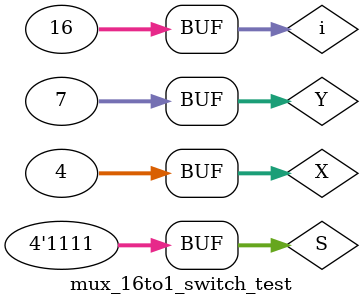
<source format=v>
`timescale 1ns / 1ps


module mux_16to1_switch_test;

	// Inputs
	reg [31:0] X;
	reg [31:0] Y;
	reg [3:0] S;

	// Outputs
	wire [31:0] Z;

	// Instantiate the Unit Under Test (UUT)
	mux16to1_switch uut (
		.X(X), 
		.Y(Y), 
		.S(S), 
		.Z(Z)
	);
	
	integer i;
	
	initial begin
		// Initialize Inputs
		X = 4;
		Y = 7;
		S = 0;

		// Wait 100 ns for global reset to finish
		#100;
        
		// Add stimulus here
		for(i = 0; i <= 15; i = i + 1) begin
			S = i[3:0];
			#10;
		end
		
	end
      
endmodule


</source>
